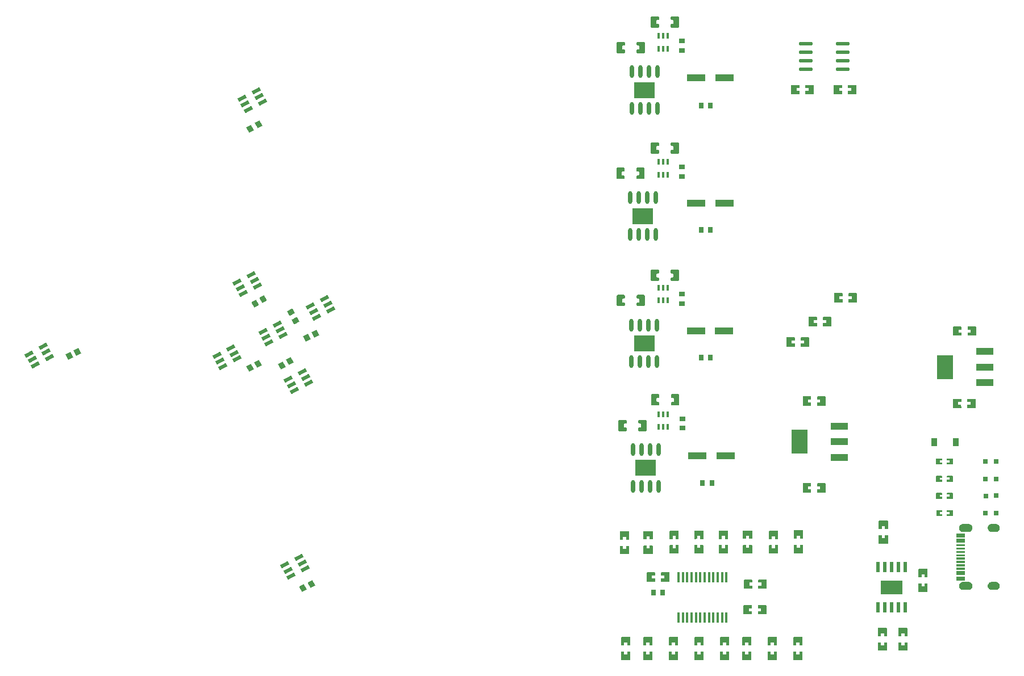
<source format=gtp>
G04 Layer: TopPasteMaskLayer*
G04 EasyEDA Pro v2.2.32.3, 2024-11-29 12:29:59*
G04 Gerber Generator version 0.3*
G04 Scale: 100 percent, Rotated: No, Reflected: No*
G04 Dimensions in millimeters*
G04 Leading zeros omitted, absolute positions, 3 integers and 5 decimals*
%FSLAX35Y35*%
%MOMM*%
%AMRect*21,1,$1,$2,0,0,$3*%
%ADD10R,0.8X0.9*%
%ADD11Rect,0.8X0.9X28.3*%
%ADD12Rect,0.8X0.9X-152.16*%
%ADD13Rect,0.8X0.9X-151.31*%
%ADD14Rect,0.8X0.9X26.57*%
%ADD15Rect,0.8X0.9X-151.44*%
%ADD16Rect,0.8X0.9X-150.95*%
%ADD17Rect,0.8X0.9X-153.43*%
%ADD18Rect,0.8X0.9X118.86*%
%ADD19R,0.8038X0.9*%
%ADD20R,0.8X0.9*%
%ADD21R,2.79999X1.1*%
%ADD22R,0.9X0.8*%
%ADD23R,0.8X0.8*%
%ADD24R,2.49999X1.1*%
%ADD25R,2.34X3.59999*%
%ADD26R,0.6X1.5*%
%ADD27R,3.29999X2.1*%
%ADD28R,0.4X1.65001*%
%ADD29Rect,1.3X0.55001X27.81*%
%ADD30O,0.60201X1.94099*%
%ADD31R,3.09801X2.41*%
%ADD32R,0.91001X1.21999*%
%ADD33O,2.045X0.58801*%
%ADD34Rect,1.3X0.55001X29.05*%
%ADD35Rect,1.3X0.55001X28.13*%
%ADD36Rect,1.3X0.55001X27.79*%
%ADD37R,0.31501X0.84099*%
G75*


G04 PolygonModel Start*
G36*
G01X15480924Y5103969D02*
G01X15480924Y4975971D01*
G01X15475923Y4970970D01*
G01X15360922Y4970970D01*
G01X15355923Y4975971D01*
G01X15355420Y5016974D01*
G01X15400421Y5016974D01*
G01X15400421Y5061973D01*
G01X15356421Y5061973D01*
G01X15355923Y5103969D01*
G01X15360922Y5108971D01*
G01X15475923Y5108971D01*
G01X15480924Y5103969D01*
G37*
G36*
G01X15139929Y4975969D02*
G01X15139929Y5103967D01*
G01X15144930Y5108968D01*
G01X15259931Y5108968D01*
G01X15264930Y5103967D01*
G01X15265433Y5062964D01*
G01X15220432Y5062964D01*
G01X15220432Y5017965D01*
G01X15264432Y5017965D01*
G01X15264930Y4975969D01*
G01X15259931Y4970967D01*
G01X15144930Y4970967D01*
G01X15139929Y4975969D01*
G37*
G36*
G01X15135764Y3896947D02*
G01X15135764Y4024945D01*
G01X15140766Y4029947D01*
G01X15255767Y4029947D01*
G01X15260766Y4024945D01*
G01X15261268Y3983942D01*
G01X15216267Y3983942D01*
G01X15216267Y3938944D01*
G01X15260268Y3938944D01*
G01X15260766Y3896947D01*
G01X15255767Y3891946D01*
G01X15140766Y3891946D01*
G01X15135764Y3896947D01*
G37*
G36*
G01X15476759Y4024948D02*
G01X15476759Y3896950D01*
G01X15471758Y3891949D01*
G01X15356757Y3891949D01*
G01X15351758Y3896950D01*
G01X15351256Y3937953D01*
G01X15396257Y3937953D01*
G01X15396257Y3982952D01*
G01X15352256Y3982952D01*
G01X15351758Y4024948D01*
G01X15356757Y4029949D01*
G01X15471758Y4029949D01*
G01X15476759Y4024948D01*
G37*
G36*
G01X13240089Y4060863D02*
G01X13240089Y3932865D01*
G01X13235088Y3927863D01*
G01X13120087Y3927863D01*
G01X13115088Y3932865D01*
G01X13114585Y3973868D01*
G01X13159586Y3973868D01*
G01X13159586Y4018866D01*
G01X13115586Y4018866D01*
G01X13115088Y4060863D01*
G01X13120087Y4065864D01*
G01X13235088Y4065864D01*
G01X13240089Y4060863D01*
G37*
G36*
G01X12899094Y3932862D02*
G01X12899094Y4060860D01*
G01X12904095Y4065862D01*
G01X13019096Y4065862D01*
G01X13024095Y4060860D01*
G01X13024598Y4019857D01*
G01X12979597Y4019857D01*
G01X12979597Y3974858D01*
G01X13023597Y3974858D01*
G01X13024095Y3932862D01*
G01X13019096Y3927861D01*
G01X12904095Y3927861D01*
G01X12899094Y3932862D01*
G37*
G36*
G01X12899094Y2637462D02*
G01X12899094Y2765461D01*
G01X12904095Y2770462D01*
G01X13019096Y2770462D01*
G01X13024095Y2765461D01*
G01X13024598Y2724457D01*
G01X12979597Y2724457D01*
G01X12979597Y2679459D01*
G01X13023597Y2679459D01*
G01X13024095Y2637462D01*
G01X13019096Y2632461D01*
G01X12904095Y2632461D01*
G01X12899094Y2637462D01*
G37*
G36*
G01X13240089Y2765463D02*
G01X13240089Y2637465D01*
G01X13235088Y2632464D01*
G01X13120087Y2632464D01*
G01X13115088Y2637465D01*
G01X13114585Y2678468D01*
G01X13159586Y2678468D01*
G01X13159586Y2723467D01*
G01X13115586Y2723467D01*
G01X13115088Y2765463D01*
G01X13120087Y2770464D01*
G01X13235088Y2770464D01*
G01X13240089Y2765463D01*
G37*
G36*
G01X10573703Y1307600D02*
G01X10573703Y1435598D01*
G01X10578704Y1440599D01*
G01X10693705Y1440599D01*
G01X10698704Y1435598D01*
G01X10699206Y1394595D01*
G01X10654205Y1394595D01*
G01X10654205Y1349596D01*
G01X10698206Y1349596D01*
G01X10698704Y1307600D01*
G01X10693705Y1302598D01*
G01X10578704Y1302598D01*
G01X10573703Y1307600D01*
G37*
G36*
G01X10914698Y1435600D02*
G01X10914698Y1307602D01*
G01X10909696Y1302601D01*
G01X10794695Y1302601D01*
G01X10789696Y1307602D01*
G01X10789194Y1348605D01*
G01X10834195Y1348605D01*
G01X10834195Y1393604D01*
G01X10790194Y1393604D01*
G01X10789696Y1435600D01*
G01X10794695Y1440602D01*
G01X10909696Y1440602D01*
G01X10914698Y1435600D01*
G37*
G36*
G01X10307859Y1712240D02*
G01X10179861Y1712240D01*
G01X10174860Y1717241D01*
G01X10174860Y1832242D01*
G01X10179861Y1837241D01*
G01X10220864Y1837744D01*
G01X10220864Y1792743D01*
G01X10265863Y1792743D01*
G01X10265863Y1836743D01*
G01X10307859Y1837241D01*
G01X10312860Y1832242D01*
G01X10312860Y1717241D01*
G01X10307859Y1712240D01*
G37*
G36*
G01X10307859Y1927241D02*
G01X10265863Y1927244D01*
G01X10265863Y1971742D01*
G01X10220864Y1971742D01*
G01X10220864Y1927744D01*
G01X10179861Y1927241D01*
G01X10174860Y1932242D01*
G01X10174860Y2047241D01*
G01X10179861Y2052242D01*
G01X10307859Y2052242D01*
G01X10312860Y2047241D01*
G01X10312860Y1932242D01*
G01X10307859Y1927241D01*
G37*
G36*
G01X10659764Y1717340D02*
G01X10531765Y1717340D01*
G01X10526764Y1722341D01*
G01X10526764Y1837343D01*
G01X10531765Y1842341D01*
G01X10572769Y1842844D01*
G01X10572769Y1797843D01*
G01X10617767Y1797843D01*
G01X10617767Y1841843D01*
G01X10659764Y1842341D01*
G01X10664765Y1837343D01*
G01X10664765Y1722341D01*
G01X10659764Y1717340D01*
G37*
G36*
G01X10659764Y1932341D02*
G01X10617767Y1932344D01*
G01X10617767Y1976842D01*
G01X10572769Y1976842D01*
G01X10572769Y1932844D01*
G01X10531765Y1932341D01*
G01X10526764Y1937342D01*
G01X10526764Y2052341D01*
G01X10531765Y2057342D01*
G01X10659764Y2057342D01*
G01X10664765Y2052341D01*
G01X10664765Y1937342D01*
G01X10659764Y1932341D01*
G37*
G36*
G01X15131689Y2628298D02*
G01X15051689Y2628298D01*
G01X15046688Y2623297D01*
G01X15046688Y2600500D01*
G01X15083688Y2600500D01*
G01X15083688Y2567500D01*
G01X15046688Y2567500D01*
G01X15046688Y2543297D01*
G01X15051689Y2538298D01*
G01X15131689Y2538298D01*
G01X15136688Y2543297D01*
G01X15136688Y2623297D01*
G01X15131689Y2628298D01*
G37*
G36*
G01X14892685Y2538300D02*
G01X14972685Y2538300D01*
G01X14977686Y2543302D01*
G01X14977686Y2566098D01*
G01X14940686Y2566098D01*
G01X14940686Y2599098D01*
G01X14977686Y2599098D01*
G01X14977686Y2623302D01*
G01X14972685Y2628300D01*
G01X14892685Y2628300D01*
G01X14887687Y2623302D01*
G01X14887687Y2543302D01*
G01X14892685Y2538300D01*
G37*
G36*
G01X15132211Y2368474D02*
G01X15052211Y2368474D01*
G01X15047209Y2363473D01*
G01X15047209Y2340677D01*
G01X15084210Y2340677D01*
G01X15084210Y2307677D01*
G01X15047209Y2307677D01*
G01X15047209Y2283473D01*
G01X15052211Y2278474D01*
G01X15132211Y2278474D01*
G01X15137209Y2283473D01*
G01X15137209Y2363473D01*
G01X15132211Y2368474D01*
G37*
G36*
G01X14893207Y2278477D02*
G01X14973207Y2278477D01*
G01X14978208Y2283478D01*
G01X14978208Y2306275D01*
G01X14941208Y2306275D01*
G01X14941208Y2339274D01*
G01X14978208Y2339274D01*
G01X14978208Y2363478D01*
G01X14973207Y2368477D01*
G01X14893207Y2368477D01*
G01X14888208Y2363478D01*
G01X14888208Y2283478D01*
G01X14893207Y2278477D01*
G37*
G36*
G01X10197600Y474802D02*
G01X10325598Y474802D01*
G01X10330599Y469801D01*
G01X10330599Y354800D01*
G01X10325598Y349801D01*
G01X10284595Y349298D01*
G01X10284595Y394299D01*
G01X10239596Y394299D01*
G01X10239596Y350299D01*
G01X10197600Y349801D01*
G01X10192598Y354800D01*
G01X10192598Y469801D01*
G01X10197600Y474802D01*
G37*
G36*
G01X10197600Y259801D02*
G01X10239596Y259799D01*
G01X10239596Y215301D01*
G01X10284595Y215301D01*
G01X10284595Y259298D01*
G01X10325598Y259801D01*
G01X10330599Y254800D01*
G01X10330599Y139802D01*
G01X10325598Y134800D01*
G01X10197600Y134800D01*
G01X10192598Y139802D01*
G01X10192598Y254800D01*
G01X10197600Y259801D01*
G37*
G36*
G01X10527800Y474802D02*
G01X10655798Y474802D01*
G01X10660799Y469801D01*
G01X10660799Y354800D01*
G01X10655798Y349801D01*
G01X10614795Y349298D01*
G01X10614795Y394299D01*
G01X10569796Y394299D01*
G01X10569796Y350299D01*
G01X10527800Y349801D01*
G01X10522798Y354800D01*
G01X10522798Y469801D01*
G01X10527800Y474802D01*
G37*
G36*
G01X10527800Y259801D02*
G01X10569796Y259799D01*
G01X10569796Y215301D01*
G01X10614795Y215301D01*
G01X10614795Y259298D01*
G01X10655798Y259801D01*
G01X10660799Y254800D01*
G01X10660799Y139802D01*
G01X10655798Y134800D01*
G01X10527800Y134800D01*
G01X10522798Y139802D01*
G01X10522798Y254800D01*
G01X10527800Y259801D01*
G37*
G36*
G01X10908800Y474802D02*
G01X11036798Y474802D01*
G01X11041799Y469801D01*
G01X11041799Y354800D01*
G01X11036798Y349801D01*
G01X10995795Y349298D01*
G01X10995795Y394299D01*
G01X10950796Y394299D01*
G01X10950796Y350299D01*
G01X10908800Y349801D01*
G01X10903798Y354800D01*
G01X10903798Y469801D01*
G01X10908800Y474802D01*
G37*
G36*
G01X10908800Y259801D02*
G01X10950796Y259799D01*
G01X10950796Y215301D01*
G01X10995795Y215301D01*
G01X10995795Y259298D01*
G01X11036798Y259801D01*
G01X11041799Y254800D01*
G01X11041799Y139802D01*
G01X11036798Y134800D01*
G01X10908800Y134800D01*
G01X10903798Y139802D01*
G01X10903798Y254800D01*
G01X10908800Y259801D01*
G37*
G36*
G01X11289800Y474802D02*
G01X11417798Y474802D01*
G01X11422799Y469801D01*
G01X11422799Y354800D01*
G01X11417798Y349801D01*
G01X11376795Y349298D01*
G01X11376795Y394299D01*
G01X11331796Y394299D01*
G01X11331796Y350299D01*
G01X11289800Y349801D01*
G01X11284798Y354800D01*
G01X11284798Y469801D01*
G01X11289800Y474802D01*
G37*
G36*
G01X11289800Y259801D02*
G01X11331796Y259799D01*
G01X11331796Y215301D01*
G01X11376795Y215301D01*
G01X11376795Y259298D01*
G01X11417798Y259801D01*
G01X11422799Y254800D01*
G01X11422799Y139802D01*
G01X11417798Y134800D01*
G01X11289800Y134800D01*
G01X11284798Y139802D01*
G01X11284798Y254800D01*
G01X11289800Y259801D01*
G37*
G36*
G01X11670800Y474802D02*
G01X11798798Y474802D01*
G01X11803799Y469801D01*
G01X11803799Y354800D01*
G01X11798798Y349801D01*
G01X11757795Y349298D01*
G01X11757795Y394299D01*
G01X11712796Y394299D01*
G01X11712796Y350299D01*
G01X11670800Y349801D01*
G01X11665798Y354800D01*
G01X11665798Y469801D01*
G01X11670800Y474802D01*
G37*
G36*
G01X11670800Y259801D02*
G01X11712796Y259799D01*
G01X11712796Y215301D01*
G01X11757795Y215301D01*
G01X11757795Y259298D01*
G01X11798798Y259801D01*
G01X11803799Y254800D01*
G01X11803799Y139802D01*
G01X11798798Y134800D01*
G01X11670800Y134800D01*
G01X11665798Y139802D01*
G01X11665798Y254800D01*
G01X11670800Y259801D01*
G37*
G36*
G01X12001000Y474802D02*
G01X12128998Y474802D01*
G01X12133999Y469801D01*
G01X12133999Y354800D01*
G01X12128998Y349801D01*
G01X12087995Y349298D01*
G01X12087995Y394299D01*
G01X12042996Y394299D01*
G01X12042996Y350299D01*
G01X12001000Y349801D01*
G01X11995998Y354800D01*
G01X11995998Y469801D01*
G01X12001000Y474802D01*
G37*
G36*
G01X12001000Y259801D02*
G01X12042996Y259799D01*
G01X12042996Y215301D01*
G01X12087995Y215301D01*
G01X12087995Y259298D01*
G01X12128998Y259801D01*
G01X12133999Y254800D01*
G01X12133999Y139802D01*
G01X12128998Y134800D01*
G01X12001000Y134800D01*
G01X11995998Y139802D01*
G01X11995998Y254800D01*
G01X12001000Y259801D01*
G37*
G36*
G01X12382000Y474802D02*
G01X12509998Y474802D01*
G01X12514999Y469801D01*
G01X12514999Y354800D01*
G01X12509998Y349801D01*
G01X12468995Y349298D01*
G01X12468995Y394299D01*
G01X12423996Y394299D01*
G01X12423996Y350299D01*
G01X12382000Y349801D01*
G01X12376998Y354800D01*
G01X12376998Y469801D01*
G01X12382000Y474802D01*
G37*
G36*
G01X12382000Y259801D02*
G01X12423996Y259799D01*
G01X12423996Y215301D01*
G01X12468995Y215301D01*
G01X12468995Y259298D01*
G01X12509998Y259801D01*
G01X12514999Y254800D01*
G01X12514999Y139802D01*
G01X12509998Y134800D01*
G01X12382000Y134800D01*
G01X12376998Y139802D01*
G01X12376998Y254800D01*
G01X12382000Y259801D01*
G37*
G36*
G01X12763000Y474802D02*
G01X12890998Y474802D01*
G01X12895999Y469801D01*
G01X12895999Y354800D01*
G01X12890998Y349801D01*
G01X12849995Y349298D01*
G01X12849995Y394299D01*
G01X12804996Y394299D01*
G01X12804996Y350299D01*
G01X12763000Y349801D01*
G01X12757998Y354800D01*
G01X12757998Y469801D01*
G01X12763000Y474802D01*
G37*
G36*
G01X12763000Y259801D02*
G01X12804996Y259799D01*
G01X12804996Y215301D01*
G01X12849995Y215301D01*
G01X12849995Y259298D01*
G01X12890998Y259801D01*
G01X12895999Y254800D01*
G01X12895999Y139802D01*
G01X12890998Y134800D01*
G01X12763000Y134800D01*
G01X12757998Y139802D01*
G01X12757998Y254800D01*
G01X12763000Y259801D01*
G37*
G36*
G01X12016982Y818629D02*
G01X12016982Y946627D01*
G01X12021983Y951629D01*
G01X12136984Y951629D01*
G01X12141983Y946627D01*
G01X12142485Y905624D01*
G01X12097484Y905624D01*
G01X12097484Y860625D01*
G01X12141485Y860625D01*
G01X12141983Y818629D01*
G01X12136984Y813628D01*
G01X12021983Y813628D01*
G01X12016982Y818629D01*
G37*
G36*
G01X12231982Y818629D02*
G01X12231985Y860625D01*
G01X12276483Y860625D01*
G01X12276483Y905624D01*
G01X12232485Y905624D01*
G01X12231982Y946627D01*
G01X12236984Y951629D01*
G01X12351982Y951629D01*
G01X12356983Y946627D01*
G01X12356983Y818629D01*
G01X12351982Y813628D01*
G01X12236984Y813628D01*
G01X12231982Y818629D01*
G37*
G36*
G01X12022082Y1201134D02*
G01X12022082Y1329132D01*
G01X12027083Y1334133D01*
G01X12142084Y1334133D01*
G01X12147083Y1329132D01*
G01X12147586Y1288129D01*
G01X12102584Y1288129D01*
G01X12102584Y1243130D01*
G01X12146585Y1243130D01*
G01X12147083Y1201134D01*
G01X12142084Y1196133D01*
G01X12027083Y1196133D01*
G01X12022082Y1201134D01*
G37*
G36*
G01X12237082Y1201134D02*
G01X12237085Y1243130D01*
G01X12281583Y1243130D01*
G01X12281583Y1288129D01*
G01X12237585Y1288129D01*
G01X12237082Y1329132D01*
G01X12242084Y1334133D01*
G01X12357082Y1334133D01*
G01X12362083Y1329132D01*
G01X12362083Y1201134D01*
G01X12357082Y1196133D01*
G01X12242084Y1196133D01*
G01X12237082Y1201134D01*
G37*
G36*
G01X12898693Y1727540D02*
G01X12770694Y1727540D01*
G01X12765693Y1732542D01*
G01X12765693Y1847543D01*
G01X12770694Y1852541D01*
G01X12811698Y1853044D01*
G01X12811698Y1808043D01*
G01X12856696Y1808043D01*
G01X12856696Y1852044D01*
G01X12898693Y1852541D01*
G01X12903694Y1847543D01*
G01X12903694Y1732542D01*
G01X12898693Y1727540D01*
G37*
G36*
G01X12898693Y1942541D02*
G01X12856696Y1942544D01*
G01X12856696Y1987042D01*
G01X12811698Y1987042D01*
G01X12811698Y1943044D01*
G01X12770694Y1942541D01*
G01X12765693Y1947542D01*
G01X12765693Y2062541D01*
G01X12770694Y2067542D01*
G01X12898693Y2067542D01*
G01X12903694Y2062541D01*
G01X12903694Y1947542D01*
G01X12898693Y1942541D01*
G37*
G36*
G01X12527357Y1722017D02*
G01X12399359Y1722017D01*
G01X12394358Y1727018D01*
G01X12394358Y1842019D01*
G01X12399359Y1847018D01*
G01X12440362Y1847521D01*
G01X12440362Y1802520D01*
G01X12485361Y1802520D01*
G01X12485361Y1846520D01*
G01X12527357Y1847018D01*
G01X12532358Y1842019D01*
G01X12532358Y1727018D01*
G01X12527357Y1722017D01*
G37*
G36*
G01X12527357Y1937018D02*
G01X12485361Y1937020D01*
G01X12485361Y1981519D01*
G01X12440362Y1981519D01*
G01X12440362Y1937521D01*
G01X12399359Y1937018D01*
G01X12394358Y1942019D01*
G01X12394358Y2057017D01*
G01X12399359Y2062019D01*
G01X12527357Y2062019D01*
G01X12532358Y2057017D01*
G01X12532358Y1942019D01*
G01X12527357Y1937018D01*
G37*
G36*
G01X12140491Y1724926D02*
G01X12012493Y1724926D01*
G01X12007491Y1729927D01*
G01X12007491Y1844928D01*
G01X12012493Y1849927D01*
G01X12053496Y1850430D01*
G01X12053496Y1805428D01*
G01X12098494Y1805428D01*
G01X12098494Y1849429D01*
G01X12140491Y1849927D01*
G01X12145492Y1844928D01*
G01X12145492Y1729927D01*
G01X12140491Y1724926D01*
G37*
G36*
G01X12140491Y1939927D02*
G01X12098494Y1939929D01*
G01X12098494Y1984427D01*
G01X12053496Y1984427D01*
G01X12053496Y1940429D01*
G01X12012493Y1939927D01*
G01X12007491Y1944928D01*
G01X12007491Y2059926D01*
G01X12012493Y2064928D01*
G01X12140491Y2064928D01*
G01X12145492Y2059926D01*
G01X12145492Y1944928D01*
G01X12140491Y1939927D01*
G37*
G36*
G01X11781778Y1722440D02*
G01X11653780Y1722440D01*
G01X11648779Y1727442D01*
G01X11648779Y1842443D01*
G01X11653780Y1847441D01*
G01X11694783Y1847944D01*
G01X11694783Y1802943D01*
G01X11739782Y1802943D01*
G01X11739782Y1846943D01*
G01X11781778Y1847441D01*
G01X11786779Y1842443D01*
G01X11786779Y1727442D01*
G01X11781778Y1722440D01*
G37*
G36*
G01X11781778Y1937441D02*
G01X11739782Y1937444D01*
G01X11739782Y1981942D01*
G01X11694783Y1981942D01*
G01X11694783Y1937944D01*
G01X11653780Y1937441D01*
G01X11648779Y1942442D01*
G01X11648779Y2057441D01*
G01X11653780Y2062442D01*
G01X11781778Y2062442D01*
G01X11786779Y2057441D01*
G01X11786779Y1942442D01*
G01X11781778Y1937441D01*
G37*
G36*
G01X11416382Y1724050D02*
G01X11288384Y1724050D01*
G01X11283382Y1729051D01*
G01X11283382Y1844052D01*
G01X11288384Y1849051D01*
G01X11329387Y1849554D01*
G01X11329387Y1804553D01*
G01X11374385Y1804553D01*
G01X11374385Y1848553D01*
G01X11416382Y1849051D01*
G01X11421383Y1844052D01*
G01X11421383Y1729051D01*
G01X11416382Y1724050D01*
G37*
G36*
G01X11416382Y1939051D02*
G01X11374385Y1939054D01*
G01X11374385Y1983552D01*
G01X11329387Y1983552D01*
G01X11329387Y1939554D01*
G01X11288384Y1939051D01*
G01X11283382Y1944052D01*
G01X11283382Y2059051D01*
G01X11288384Y2064052D01*
G01X11416382Y2064052D01*
G01X11421383Y2059051D01*
G01X11421383Y1944052D01*
G01X11416382Y1939051D01*
G37*
G36*
G01X11047369Y1722440D02*
G01X10919370Y1722440D01*
G01X10914369Y1727442D01*
G01X10914369Y1842443D01*
G01X10919370Y1847441D01*
G01X10960374Y1847944D01*
G01X10960374Y1802943D01*
G01X11005372Y1802943D01*
G01X11005372Y1846943D01*
G01X11047369Y1847441D01*
G01X11052370Y1842443D01*
G01X11052370Y1727442D01*
G01X11047369Y1722440D01*
G37*
G36*
G01X11047369Y1937441D02*
G01X11005372Y1937444D01*
G01X11005372Y1981942D01*
G01X10960374Y1981942D01*
G01X10960374Y1937944D01*
G01X10919370Y1937441D01*
G01X10914369Y1942442D01*
G01X10914369Y2057441D01*
G01X10919370Y2062442D01*
G01X11047369Y2062442D01*
G01X11052370Y2057441D01*
G01X11052370Y1942442D01*
G01X11047369Y1937441D01*
G37*
G36*
G01X10419439Y7317653D02*
G01X10419439Y7353784D01*
G01X10429439Y7363784D01*
G01X10450495Y7363784D01*
G01X10460495Y7373784D01*
G01X10460495Y7411620D01*
G01X10450495Y7421620D01*
G01X10429439Y7421620D01*
G01X10419439Y7431620D01*
G01X10419439Y7467751D01*
G01X10429439Y7477751D01*
G01X10530190Y7477751D01*
G01X10540190Y7467751D01*
G01X10540190Y7317653D01*
G01X10530190Y7307653D01*
G01X10429439Y7307653D01*
G01X10419439Y7317653D01*
G37*
G36*
G01X10244438Y7317653D02*
G01X10244438Y7353784D01*
G01X10234438Y7363784D01*
G01X10213381Y7363784D01*
G01X10203381Y7373784D01*
G01X10203381Y7411620D01*
G01X10213381Y7421620D01*
G01X10234438Y7421620D01*
G01X10244438Y7431620D01*
G01X10244438Y7467751D01*
G01X10234438Y7477751D01*
G01X10133686Y7477751D01*
G01X10123686Y7467751D01*
G01X10123686Y7317653D01*
G01X10133686Y7307653D01*
G01X10234438Y7307653D01*
G01X10244438Y7317653D01*
G37*
G36*
G01X10450700Y3557151D02*
G01X10450700Y3593282D01*
G01X10460700Y3603282D01*
G01X10481757Y3603282D01*
G01X10491757Y3613282D01*
G01X10491757Y3651118D01*
G01X10481757Y3661118D01*
G01X10460700Y3661118D01*
G01X10450700Y3671118D01*
G01X10450700Y3707249D01*
G01X10460700Y3717249D01*
G01X10561452Y3717249D01*
G01X10571452Y3707249D01*
G01X10571452Y3557151D01*
G01X10561452Y3547151D01*
G01X10460700Y3547151D01*
G01X10450700Y3557151D01*
G37*
G36*
G01X10275700Y3557151D02*
G01X10275700Y3593282D01*
G01X10265700Y3603282D01*
G01X10244643Y3603282D01*
G01X10234643Y3613282D01*
G01X10234643Y3651118D01*
G01X10244643Y3661118D01*
G01X10265700Y3661118D01*
G01X10275700Y3671118D01*
G01X10275700Y3707249D01*
G01X10265700Y3717249D01*
G01X10164948Y3717249D01*
G01X10154948Y3707249D01*
G01X10154948Y3557151D01*
G01X10164948Y3547151D01*
G01X10265700Y3547151D01*
G01X10275700Y3557151D01*
G37*
G36*
G01X14327098Y613250D02*
G01X14455096Y613250D01*
G01X14460097Y608249D01*
G01X14460097Y493248D01*
G01X14455096Y488249D01*
G01X14414093Y487746D01*
G01X14414093Y532747D01*
G01X14369094Y532747D01*
G01X14369094Y488747D01*
G01X14327098Y488249D01*
G01X14322097Y493248D01*
G01X14322097Y608249D01*
G01X14327098Y613250D01*
G37*
G36*
G01X14327098Y398249D02*
G01X14369094Y398247D01*
G01X14369094Y353748D01*
G01X14414093Y353748D01*
G01X14414093Y397746D01*
G01X14455096Y398249D01*
G01X14460097Y393248D01*
G01X14460097Y278249D01*
G01X14455096Y273248D01*
G01X14327098Y273248D01*
G01X14322097Y278249D01*
G01X14322097Y393248D01*
G01X14327098Y398249D01*
G37*
G36*
G01X14163977Y1871506D02*
G01X14035979Y1871506D01*
G01X14030977Y1876507D01*
G01X14030977Y1991508D01*
G01X14035979Y1996507D01*
G01X14076982Y1997009D01*
G01X14076982Y1952008D01*
G01X14121980Y1952008D01*
G01X14121980Y1996009D01*
G01X14163977Y1996507D01*
G01X14168978Y1991508D01*
G01X14168978Y1876507D01*
G01X14163977Y1871506D01*
G37*
G36*
G01X14163977Y2086506D02*
G01X14121980Y2086509D01*
G01X14121980Y2131007D01*
G01X14076982Y2131007D01*
G01X14076982Y2087009D01*
G01X14035979Y2086506D01*
G01X14030977Y2091508D01*
G01X14030977Y2206506D01*
G01X14035979Y2211507D01*
G01X14163977Y2211507D01*
G01X14168978Y2206506D01*
G01X14168978Y2091508D01*
G01X14163977Y2086506D01*
G37*
G36*
G01X14892150Y3048644D02*
G01X14972150Y3048644D01*
G01X14977151Y3053645D01*
G01X14977151Y3076442D01*
G01X14940151Y3076442D01*
G01X14940151Y3109441D01*
G01X14977151Y3109441D01*
G01X14977151Y3133645D01*
G01X14972150Y3138644D01*
G01X14892150Y3138644D01*
G01X14887152Y3133645D01*
G01X14887152Y3053645D01*
G01X14892150Y3048644D01*
G37*
G36*
G01X15131154Y3138641D02*
G01X15051154Y3138641D01*
G01X15046153Y3133640D01*
G01X15046153Y3110843D01*
G01X15083153Y3110843D01*
G01X15083153Y3077844D01*
G01X15046153Y3077844D01*
G01X15046153Y3053640D01*
G01X15051154Y3048641D01*
G01X15131154Y3048641D01*
G01X15136153Y3053640D01*
G01X15136153Y3133640D01*
G01X15131154Y3138641D01*
G37*
G36*
G01X14022298Y613250D02*
G01X14150296Y613250D01*
G01X14155297Y608249D01*
G01X14155297Y493248D01*
G01X14150296Y488249D01*
G01X14109293Y487746D01*
G01X14109293Y532747D01*
G01X14064294Y532747D01*
G01X14064294Y488747D01*
G01X14022298Y488249D01*
G01X14017297Y493248D01*
G01X14017297Y608249D01*
G01X14022298Y613250D01*
G37*
G36*
G01X14022298Y398249D02*
G01X14064294Y398247D01*
G01X14064294Y353748D01*
G01X14109293Y353748D01*
G01X14109293Y397746D01*
G01X14150296Y398249D01*
G01X14155297Y393248D01*
G01X14155297Y278249D01*
G01X14150296Y273248D01*
G01X14022298Y273248D01*
G01X14017297Y278249D01*
G01X14017297Y393248D01*
G01X14022298Y398249D01*
G37*
G36*
G01X14892426Y2792392D02*
G01X14972426Y2792392D01*
G01X14977427Y2797393D01*
G01X14977427Y2820189D01*
G01X14940427Y2820189D01*
G01X14940427Y2853189D01*
G01X14977427Y2853189D01*
G01X14977427Y2877393D01*
G01X14972426Y2882391D01*
G01X14892426Y2882391D01*
G01X14887427Y2877393D01*
G01X14887427Y2797393D01*
G01X14892426Y2792392D01*
G37*
G36*
G01X15131430Y2882389D02*
G01X15051430Y2882389D01*
G01X15046429Y2877388D01*
G01X15046429Y2854591D01*
G01X15083429Y2854591D01*
G01X15083429Y2821592D01*
G01X15046429Y2821592D01*
G01X15046429Y2797388D01*
G01X15051430Y2792389D01*
G01X15131430Y2792389D01*
G01X15136429Y2797388D01*
G01X15136429Y2877388D01*
G01X15131430Y2882389D01*
G37*
G36*
G01X12996351Y4940800D02*
G01X12996351Y4812802D01*
G01X12991350Y4807801D01*
G01X12876349Y4807801D01*
G01X12871350Y4812802D01*
G01X12870847Y4853805D01*
G01X12915848Y4853805D01*
G01X12915848Y4898804D01*
G01X12871848Y4898804D01*
G01X12871350Y4940800D01*
G01X12876349Y4945802D01*
G01X12991350Y4945802D01*
G01X12996351Y4940800D01*
G37*
G36*
G01X12781350Y4940800D02*
G01X12781348Y4898804D01*
G01X12736850Y4898804D01*
G01X12736850Y4853805D01*
G01X12780847Y4853805D01*
G01X12781350Y4812802D01*
G01X12776349Y4807801D01*
G01X12661351Y4807801D01*
G01X12656349Y4812802D01*
G01X12656349Y4940800D01*
G01X12661351Y4945802D01*
G01X12776349Y4945802D01*
G01X12781350Y4940800D01*
G37*
G36*
G01X13326551Y5245600D02*
G01X13326551Y5117602D01*
G01X13321550Y5112601D01*
G01X13206549Y5112601D01*
G01X13201550Y5117602D01*
G01X13201047Y5158605D01*
G01X13246048Y5158605D01*
G01X13246048Y5203604D01*
G01X13202048Y5203604D01*
G01X13201550Y5245600D01*
G01X13206549Y5250602D01*
G01X13321550Y5250602D01*
G01X13326551Y5245600D01*
G37*
G36*
G01X13111550Y5245600D02*
G01X13111548Y5203604D01*
G01X13067050Y5203604D01*
G01X13067050Y5158605D01*
G01X13111047Y5158605D01*
G01X13111550Y5117602D01*
G01X13106549Y5112601D01*
G01X12991551Y5112601D01*
G01X12986549Y5117602D01*
G01X12986549Y5245600D01*
G01X12991551Y5250602D01*
G01X13106549Y5250602D01*
G01X13111550Y5245600D01*
G37*
G36*
G01X13707551Y5601200D02*
G01X13707551Y5473202D01*
G01X13702550Y5468201D01*
G01X13587549Y5468201D01*
G01X13582550Y5473202D01*
G01X13582047Y5514205D01*
G01X13627048Y5514205D01*
G01X13627048Y5559204D01*
G01X13583048Y5559204D01*
G01X13582550Y5601200D01*
G01X13587549Y5606202D01*
G01X13702550Y5606202D01*
G01X13707551Y5601200D01*
G37*
G36*
G01X13492550Y5601200D02*
G01X13492548Y5559204D01*
G01X13448050Y5559204D01*
G01X13448050Y5514205D01*
G01X13492047Y5514205D01*
G01X13492550Y5473202D01*
G01X13487549Y5468201D01*
G01X13372551Y5468201D01*
G01X13367549Y5473202D01*
G01X13367549Y5601200D01*
G01X13372551Y5606202D01*
G01X13487549Y5606202D01*
G01X13492550Y5601200D01*
G37*
G36*
G01X10933300Y7697351D02*
G01X10933300Y7733482D01*
G01X10943300Y7743482D01*
G01X10964357Y7743482D01*
G01X10974357Y7753482D01*
G01X10974357Y7791318D01*
G01X10964357Y7801318D01*
G01X10943300Y7801318D01*
G01X10933300Y7811318D01*
G01X10933300Y7847449D01*
G01X10943300Y7857449D01*
G01X11044052Y7857449D01*
G01X11054052Y7847449D01*
G01X11054052Y7697351D01*
G01X11044052Y7687351D01*
G01X10943300Y7687351D01*
G01X10933300Y7697351D01*
G37*
G36*
G01X10758300Y7697351D02*
G01X10758300Y7733482D01*
G01X10748300Y7743482D01*
G01X10727243Y7743482D01*
G01X10717243Y7753482D01*
G01X10717243Y7791318D01*
G01X10727243Y7801318D01*
G01X10748300Y7801318D01*
G01X10758300Y7811318D01*
G01X10758300Y7847449D01*
G01X10748300Y7857449D01*
G01X10647548Y7857449D01*
G01X10637548Y7847449D01*
G01X10637548Y7697351D01*
G01X10647548Y7687351D01*
G01X10748300Y7687351D01*
G01X10758300Y7697351D01*
G37*
G36*
G01X10937860Y3939453D02*
G01X10937860Y3975584D01*
G01X10947860Y3985584D01*
G01X10968917Y3985584D01*
G01X10978917Y3995584D01*
G01X10978917Y4033420D01*
G01X10968917Y4043420D01*
G01X10947860Y4043420D01*
G01X10937860Y4053420D01*
G01X10937860Y4089551D01*
G01X10947860Y4099551D01*
G01X11048612Y4099551D01*
G01X11058612Y4089551D01*
G01X11058612Y3939453D01*
G01X11048612Y3929453D01*
G01X10947860Y3929453D01*
G01X10937860Y3939453D01*
G37*
G36*
G01X10762859Y3939453D02*
G01X10762859Y3975584D01*
G01X10752859Y3985584D01*
G01X10731803Y3985584D01*
G01X10721803Y3995584D01*
G01X10721803Y4033420D01*
G01X10731803Y4043420D01*
G01X10752859Y4043420D01*
G01X10762859Y4053420D01*
G01X10762859Y4089551D01*
G01X10752859Y4099551D01*
G01X10652108Y4099551D01*
G01X10642108Y4089551D01*
G01X10642108Y3939453D01*
G01X10652108Y3929453D01*
G01X10752859Y3929453D01*
G01X10762859Y3939453D01*
G37*
G36*
G01X13065169Y8706889D02*
G01X13065169Y8578891D01*
G01X13060168Y8573890D01*
G01X12945167Y8573890D01*
G01X12940168Y8578891D01*
G01X12939666Y8619894D01*
G01X12984667Y8619894D01*
G01X12984667Y8664893D01*
G01X12940666Y8664893D01*
G01X12940168Y8706889D01*
G01X12945167Y8711890D01*
G01X13060168Y8711890D01*
G01X13065169Y8706889D01*
G37*
G36*
G01X12850169Y8706889D02*
G01X12850166Y8664893D01*
G01X12805668Y8664893D01*
G01X12805668Y8619894D01*
G01X12849666Y8619894D01*
G01X12850169Y8578891D01*
G01X12845167Y8573890D01*
G01X12730169Y8573890D01*
G01X12725168Y8578891D01*
G01X12725168Y8706889D01*
G01X12730169Y8711890D01*
G01X12845167Y8711890D01*
G01X12850169Y8706889D01*
G37*
G36*
G01X13700169Y8706889D02*
G01X13700169Y8578891D01*
G01X13695168Y8573890D01*
G01X13580167Y8573890D01*
G01X13575168Y8578891D01*
G01X13574666Y8619894D01*
G01X13619667Y8619894D01*
G01X13619667Y8664893D01*
G01X13575666Y8664893D01*
G01X13575168Y8706889D01*
G01X13580167Y8711890D01*
G01X13695168Y8711890D01*
G01X13700169Y8706889D01*
G37*
G36*
G01X13485169Y8706889D02*
G01X13485166Y8664893D01*
G01X13440668Y8664893D01*
G01X13440668Y8619894D01*
G01X13484666Y8619894D01*
G01X13485169Y8578891D01*
G01X13480167Y8573890D01*
G01X13365169Y8573890D01*
G01X13360168Y8578891D01*
G01X13360168Y8706889D01*
G01X13365169Y8711890D01*
G01X13480167Y8711890D01*
G01X13485169Y8706889D01*
G37*
G36*
G01X15316211Y2020440D02*
G01X15186214Y2020440D01*
G01X15186214Y1990440D01*
G01X15186214Y1990438D01*
G01X15186214Y1960438D01*
G01X15316211Y1960438D01*
G01X15316211Y1990438D01*
G01X15316211Y1990440D01*
G01X15316211Y2020440D01*
G37*
G36*
G01X15316216Y1610433D02*
G01X15186214Y1610433D01*
G01X15186214Y1580433D01*
G01X15316216Y1580433D01*
G01X15316216Y1610433D01*
G37*
G36*
G01X15316216Y1380441D02*
G01X15186214Y1380441D01*
G01X15186214Y1350442D01*
G01X15186229Y1350442D01*
G01X15186229Y1320444D01*
G01X15316231Y1320444D01*
G01X15316231Y1350444D01*
G01X15316216Y1350444D01*
G01X15316216Y1380441D01*
G37*
G36*
G01X15316216Y1710433D02*
G01X15186214Y1710433D01*
G01X15186214Y1680433D01*
G01X15316216Y1680433D01*
G01X15316216Y1710433D01*
G37*
G36*
G01X15316219Y1860446D02*
G01X15186216Y1860446D01*
G01X15186216Y1830446D01*
G01X15316219Y1830446D01*
G01X15316219Y1860446D01*
G37*
G36*
G01X15186216Y1530446D02*
G01X15316219Y1530446D01*
G01X15316219Y1560446D01*
G01X15186216Y1560446D01*
G01X15186216Y1530446D01*
G37*
G36*
G01X15316219Y1810408D02*
G01X15186216Y1810408D01*
G01X15186216Y1780408D01*
G01X15316219Y1780408D01*
G01X15316219Y1810408D01*
G37*
G36*
G01X15316219Y1760446D02*
G01X15186216Y1760446D01*
G01X15186216Y1730446D01*
G01X15316219Y1730446D01*
G01X15316219Y1760446D01*
G37*
G36*
G01X15316219Y1510434D02*
G01X15186216Y1510434D01*
G01X15186216Y1480434D01*
G01X15316219Y1480434D01*
G01X15316219Y1510434D01*
G37*
G36*
G01X15316219Y1660446D02*
G01X15186216Y1660446D01*
G01X15186216Y1630446D01*
G01X15316219Y1630446D01*
G01X15316219Y1660446D01*
G37*
G36*
G01X15316226Y1460441D02*
G01X15186229Y1460441D01*
G01X15186229Y1430439D01*
G01X15186232Y1430439D01*
G01X15186232Y1400444D01*
G01X15316229Y1400444D01*
G01X15316229Y1430446D01*
G01X15316226Y1430446D01*
G01X15316226Y1460441D01*
G37*
G36*
G01X15228225Y1242410D02*
G01X15228075Y1239423D01*
G01X15228075Y1236431D01*
G01X15228225Y1233444D01*
G01X15228523Y1230467D01*
G01X15228970Y1227508D01*
G01X15229561Y1224577D01*
G01X15230301Y1221676D01*
G01X15231182Y1218819D01*
G01X15232206Y1216007D01*
G01X15233366Y1213251D01*
G01X15234664Y1210554D01*
G01X15236097Y1207927D01*
G01X15237656Y1205375D01*
G01X15239340Y1202903D01*
G01X15241149Y1200518D01*
G01X15243072Y1198227D01*
G01X15245106Y1196032D01*
G01X15247247Y1193945D01*
G01X15249490Y1191963D01*
G01X15251830Y1190099D01*
G01X15254258Y1188354D01*
G01X15256772Y1186731D01*
G01X15259363Y1185235D01*
G01X15262025Y1183868D01*
G01X15264751Y1182639D01*
G01X15267537Y1181547D01*
G01X15270372Y1180592D01*
G01X15273252Y1179781D01*
G01X15276168Y1179116D01*
G01X15279114Y1178598D01*
G01X15282083Y1178224D01*
G01X15285068Y1178001D01*
G01X15288058Y1177927D01*
G01X15368057Y1177927D01*
G01X15371047Y1178001D01*
G01X15374031Y1178224D01*
G01X15377001Y1178598D01*
G01X15379947Y1179116D01*
G01X15382863Y1179781D01*
G01X15385743Y1180592D01*
G01X15388578Y1181547D01*
G01X15391364Y1182639D01*
G01X15394090Y1183868D01*
G01X15396752Y1185235D01*
G01X15399343Y1186731D01*
G01X15401857Y1188354D01*
G01X15404285Y1190099D01*
G01X15406625Y1191963D01*
G01X15408868Y1193945D01*
G01X15411009Y1196032D01*
G01X15413043Y1198227D01*
G01X15414966Y1200518D01*
G01X15416775Y1202903D01*
G01X15418459Y1205375D01*
G01X15420018Y1207927D01*
G01X15421451Y1210554D01*
G01X15422749Y1213251D01*
G01X15423909Y1216007D01*
G01X15424933Y1218819D01*
G01X15425814Y1221676D01*
G01X15426554Y1224577D01*
G01X15427145Y1227508D01*
G01X15427592Y1230467D01*
G01X15427890Y1233444D01*
G01X15428040Y1236431D01*
G01X15428040Y1239423D01*
G01X15427890Y1242410D01*
G01X15427592Y1245387D01*
G01X15427145Y1248346D01*
G01X15426554Y1251277D01*
G01X15425814Y1254178D01*
G01X15424933Y1257036D01*
G01X15423909Y1259847D01*
G01X15422749Y1262603D01*
G01X15421451Y1265301D01*
G01X15420018Y1267927D01*
G01X15418459Y1270480D01*
G01X15416775Y1272951D01*
G01X15414966Y1275336D01*
G01X15413043Y1277627D01*
G01X15411009Y1279822D01*
G01X15408868Y1281910D01*
G01X15406625Y1283891D01*
G01X15404285Y1285755D01*
G01X15401857Y1287500D01*
G01X15399343Y1289123D01*
G01X15396752Y1290619D01*
G01X15394090Y1291986D01*
G01X15391364Y1293215D01*
G01X15388578Y1294308D01*
G01X15385743Y1295263D01*
G01X15382863Y1296073D01*
G01X15379947Y1296738D01*
G01X15377001Y1297256D01*
G01X15374031Y1297630D01*
G01X15371047Y1297853D01*
G01X15368057Y1297927D01*
G01X15288058Y1297927D01*
G01X15285068Y1297853D01*
G01X15282083Y1297630D01*
G01X15279114Y1297256D01*
G01X15276168Y1296738D01*
G01X15273252Y1296073D01*
G01X15270372Y1295263D01*
G01X15267537Y1294308D01*
G01X15264751Y1293215D01*
G01X15262025Y1291986D01*
G01X15259363Y1290619D01*
G01X15256772Y1289123D01*
G01X15254258Y1287500D01*
G01X15251830Y1285755D01*
G01X15249490Y1283891D01*
G01X15247247Y1281910D01*
G01X15245106Y1279822D01*
G01X15243072Y1277627D01*
G01X15241149Y1275336D01*
G01X15239340Y1272951D01*
G01X15237656Y1270480D01*
G01X15236097Y1267927D01*
G01X15234664Y1265301D01*
G01X15233366Y1262603D01*
G01X15232206Y1259847D01*
G01X15231182Y1257036D01*
G01X15230301Y1254178D01*
G01X15229561Y1251277D01*
G01X15228970Y1248346D01*
G01X15228523Y1245387D01*
G01X15228225Y1242410D01*
G37*
G36*
G01X15228225Y2107433D02*
G01X15228075Y2104446D01*
G01X15228075Y2101454D01*
G01X15228225Y2098466D01*
G01X15228523Y2095490D01*
G01X15228970Y2092530D01*
G01X15229561Y2089599D01*
G01X15230301Y2086699D01*
G01X15231182Y2083841D01*
G01X15232206Y2081029D01*
G01X15233366Y2078273D01*
G01X15234664Y2075576D01*
G01X15236097Y2072950D01*
G01X15237656Y2070397D01*
G01X15239340Y2067926D01*
G01X15241149Y2065540D01*
G01X15243072Y2063249D01*
G01X15245106Y2061055D01*
G01X15247247Y2058967D01*
G01X15249490Y2056986D01*
G01X15251830Y2055121D01*
G01X15254258Y2053376D01*
G01X15256772Y2051753D01*
G01X15259363Y2050257D01*
G01X15262025Y2048891D01*
G01X15264751Y2047661D01*
G01X15267537Y2046569D01*
G01X15270372Y2045614D01*
G01X15273252Y2044804D01*
G01X15276168Y2044138D01*
G01X15279114Y2043620D01*
G01X15282083Y2043247D01*
G01X15285068Y2043023D01*
G01X15288058Y2042950D01*
G01X15368057Y2042950D01*
G01X15371047Y2043023D01*
G01X15374031Y2043247D01*
G01X15377001Y2043620D01*
G01X15379947Y2044138D01*
G01X15382863Y2044804D01*
G01X15385743Y2045614D01*
G01X15388578Y2046569D01*
G01X15391364Y2047661D01*
G01X15394090Y2048891D01*
G01X15396752Y2050257D01*
G01X15399343Y2051753D01*
G01X15401857Y2053376D01*
G01X15404285Y2055121D01*
G01X15406625Y2056986D01*
G01X15408868Y2058967D01*
G01X15411009Y2061055D01*
G01X15413043Y2063249D01*
G01X15414966Y2065540D01*
G01X15416775Y2067926D01*
G01X15418459Y2070397D01*
G01X15420018Y2072950D01*
G01X15421451Y2075576D01*
G01X15422749Y2078273D01*
G01X15423909Y2081029D01*
G01X15424933Y2083841D01*
G01X15425814Y2086699D01*
G01X15426554Y2089599D01*
G01X15427145Y2092530D01*
G01X15427592Y2095490D01*
G01X15427890Y2098466D01*
G01X15428040Y2101454D01*
G01X15428040Y2104446D01*
G01X15427890Y2107433D01*
G01X15427592Y2110410D01*
G01X15427145Y2113369D01*
G01X15426554Y2116300D01*
G01X15425814Y2119200D01*
G01X15424933Y2122058D01*
G01X15423909Y2124870D01*
G01X15422749Y2127626D01*
G01X15421451Y2130323D01*
G01X15420018Y2132950D01*
G01X15418459Y2135502D01*
G01X15416775Y2137974D01*
G01X15414966Y2140359D01*
G01X15413043Y2142650D01*
G01X15411009Y2144844D01*
G01X15408868Y2146932D01*
G01X15406625Y2148913D01*
G01X15404285Y2150778D01*
G01X15401857Y2152523D01*
G01X15399343Y2154146D01*
G01X15396752Y2155642D01*
G01X15394090Y2157008D01*
G01X15391364Y2158238D01*
G01X15388578Y2159330D01*
G01X15385743Y2160285D01*
G01X15382863Y2161095D01*
G01X15379947Y2161761D01*
G01X15377001Y2162279D01*
G01X15374031Y2162652D01*
G01X15371047Y2162876D01*
G01X15368057Y2162949D01*
G01X15288058Y2162949D01*
G01X15285068Y2162876D01*
G01X15282083Y2162652D01*
G01X15279114Y2162279D01*
G01X15276168Y2161761D01*
G01X15273252Y2161095D01*
G01X15270372Y2160285D01*
G01X15267537Y2159330D01*
G01X15264751Y2158238D01*
G01X15262025Y2157008D01*
G01X15259363Y2155642D01*
G01X15256772Y2154146D01*
G01X15254258Y2152523D01*
G01X15251830Y2150778D01*
G01X15249490Y2148913D01*
G01X15247247Y2146932D01*
G01X15245106Y2144844D01*
G01X15243072Y2142650D01*
G01X15241149Y2140359D01*
G01X15239340Y2137974D01*
G01X15237656Y2135502D01*
G01X15236097Y2132950D01*
G01X15234664Y2130323D01*
G01X15233366Y2127626D01*
G01X15232206Y2124870D01*
G01X15231182Y2122058D01*
G01X15230301Y2119200D01*
G01X15229561Y2116300D01*
G01X15228970Y2113369D01*
G01X15228523Y2110410D01*
G01X15228225Y2107433D01*
G37*
G36*
G01X15656065Y1236431D02*
G01X15656215Y1233444D01*
G01X15656513Y1230467D01*
G01X15656960Y1227508D01*
G01X15657551Y1224577D01*
G01X15658291Y1221676D01*
G01X15659172Y1218819D01*
G01X15660196Y1216007D01*
G01X15661356Y1213251D01*
G01X15662654Y1210554D01*
G01X15664087Y1207927D01*
G01X15665646Y1205375D01*
G01X15667330Y1202903D01*
G01X15669139Y1200518D01*
G01X15671062Y1198227D01*
G01X15673096Y1196032D01*
G01X15675237Y1193945D01*
G01X15677480Y1191963D01*
G01X15679820Y1190099D01*
G01X15682248Y1188354D01*
G01X15684762Y1186731D01*
G01X15687353Y1185235D01*
G01X15690015Y1183868D01*
G01X15692741Y1182639D01*
G01X15695527Y1181547D01*
G01X15698362Y1180592D01*
G01X15701242Y1179781D01*
G01X15704158Y1179116D01*
G01X15707104Y1178598D01*
G01X15710073Y1178224D01*
G01X15713058Y1178001D01*
G01X15716048Y1177927D01*
G01X15776047Y1177927D01*
G01X15779037Y1178001D01*
G01X15782022Y1178224D01*
G01X15784991Y1178598D01*
G01X15787937Y1179116D01*
G01X15790853Y1179781D01*
G01X15793733Y1180592D01*
G01X15796568Y1181547D01*
G01X15799354Y1182639D01*
G01X15802080Y1183868D01*
G01X15804742Y1185235D01*
G01X15807333Y1186731D01*
G01X15809847Y1188354D01*
G01X15812275Y1190099D01*
G01X15814615Y1191963D01*
G01X15816858Y1193945D01*
G01X15818999Y1196032D01*
G01X15821033Y1198227D01*
G01X15822956Y1200518D01*
G01X15824765Y1202903D01*
G01X15826449Y1205375D01*
G01X15828008Y1207927D01*
G01X15829441Y1210554D01*
G01X15830739Y1213251D01*
G01X15831900Y1216007D01*
G01X15832923Y1218819D01*
G01X15833805Y1221676D01*
G01X15834544Y1224577D01*
G01X15835135Y1227508D01*
G01X15835583Y1230467D01*
G01X15835880Y1233444D01*
G01X15836030Y1236431D01*
G01X15836030Y1239423D01*
G01X15835880Y1242410D01*
G01X15835583Y1245387D01*
G01X15835135Y1248346D01*
G01X15834544Y1251277D01*
G01X15833805Y1254178D01*
G01X15832923Y1257036D01*
G01X15831900Y1259847D01*
G01X15830739Y1262603D01*
G01X15829441Y1265301D01*
G01X15828008Y1267927D01*
G01X15826449Y1270480D01*
G01X15824765Y1272951D01*
G01X15822956Y1275336D01*
G01X15821033Y1277627D01*
G01X15818999Y1279822D01*
G01X15816858Y1281910D01*
G01X15814615Y1283891D01*
G01X15812275Y1285755D01*
G01X15809847Y1287500D01*
G01X15807333Y1289123D01*
G01X15804742Y1290619D01*
G01X15802080Y1291986D01*
G01X15799354Y1293215D01*
G01X15796568Y1294308D01*
G01X15793733Y1295263D01*
G01X15790853Y1296073D01*
G01X15787937Y1296738D01*
G01X15784991Y1297256D01*
G01X15782022Y1297630D01*
G01X15779037Y1297853D01*
G01X15776047Y1297927D01*
G01X15716048Y1297927D01*
G01X15713058Y1297853D01*
G01X15710073Y1297630D01*
G01X15707104Y1297256D01*
G01X15704158Y1296738D01*
G01X15701242Y1296073D01*
G01X15698362Y1295263D01*
G01X15695527Y1294308D01*
G01X15692741Y1293215D01*
G01X15690015Y1291986D01*
G01X15687353Y1290619D01*
G01X15684762Y1289123D01*
G01X15682248Y1287500D01*
G01X15679820Y1285755D01*
G01X15677480Y1283891D01*
G01X15675237Y1281910D01*
G01X15673096Y1279822D01*
G01X15671062Y1277627D01*
G01X15669139Y1275336D01*
G01X15667330Y1272951D01*
G01X15665646Y1270480D01*
G01X15664087Y1267927D01*
G01X15662654Y1265301D01*
G01X15661356Y1262603D01*
G01X15660196Y1259847D01*
G01X15659172Y1257036D01*
G01X15658291Y1254178D01*
G01X15657551Y1251277D01*
G01X15656960Y1248346D01*
G01X15656513Y1245387D01*
G01X15656215Y1242410D01*
G01X15656065Y1239423D01*
G01X15656065Y1236431D01*
G37*
G36*
G01X15656215Y2107433D02*
G01X15656065Y2104446D01*
G01X15656065Y2101454D01*
G01X15656215Y2098466D01*
G01X15656513Y2095490D01*
G01X15656960Y2092530D01*
G01X15657551Y2089599D01*
G01X15658291Y2086699D01*
G01X15659172Y2083841D01*
G01X15660196Y2081029D01*
G01X15661356Y2078273D01*
G01X15662654Y2075576D01*
G01X15664087Y2072950D01*
G01X15665646Y2070397D01*
G01X15667330Y2067926D01*
G01X15669139Y2065540D01*
G01X15671062Y2063249D01*
G01X15673096Y2061055D01*
G01X15675237Y2058967D01*
G01X15677480Y2056986D01*
G01X15679820Y2055121D01*
G01X15682248Y2053376D01*
G01X15684762Y2051753D01*
G01X15687353Y2050257D01*
G01X15690015Y2048891D01*
G01X15692741Y2047661D01*
G01X15695527Y2046569D01*
G01X15698362Y2045614D01*
G01X15701242Y2044804D01*
G01X15704158Y2044138D01*
G01X15707104Y2043620D01*
G01X15710073Y2043247D01*
G01X15713058Y2043023D01*
G01X15716048Y2042950D01*
G01X15776047Y2042950D01*
G01X15779037Y2043023D01*
G01X15782022Y2043247D01*
G01X15784991Y2043620D01*
G01X15787937Y2044138D01*
G01X15790853Y2044804D01*
G01X15793733Y2045614D01*
G01X15796568Y2046569D01*
G01X15799354Y2047661D01*
G01X15802080Y2048891D01*
G01X15804742Y2050257D01*
G01X15807333Y2051753D01*
G01X15809847Y2053376D01*
G01X15812275Y2055121D01*
G01X15814615Y2056986D01*
G01X15816858Y2058967D01*
G01X15818999Y2061055D01*
G01X15821033Y2063249D01*
G01X15822956Y2065540D01*
G01X15824765Y2067926D01*
G01X15826449Y2070397D01*
G01X15828008Y2072950D01*
G01X15829441Y2075576D01*
G01X15830739Y2078273D01*
G01X15831900Y2081029D01*
G01X15832923Y2083841D01*
G01X15833805Y2086699D01*
G01X15834544Y2089599D01*
G01X15835135Y2092530D01*
G01X15835583Y2095490D01*
G01X15835880Y2098466D01*
G01X15836030Y2101454D01*
G01X15836030Y2104446D01*
G01X15835880Y2107433D01*
G01X15835583Y2110410D01*
G01X15835135Y2113369D01*
G01X15834544Y2116300D01*
G01X15833805Y2119200D01*
G01X15832923Y2122058D01*
G01X15831900Y2124870D01*
G01X15830739Y2127626D01*
G01X15829441Y2130323D01*
G01X15828008Y2132950D01*
G01X15826449Y2135502D01*
G01X15824765Y2137974D01*
G01X15822956Y2140359D01*
G01X15821033Y2142650D01*
G01X15818999Y2144844D01*
G01X15816858Y2146932D01*
G01X15814615Y2148913D01*
G01X15812275Y2150778D01*
G01X15809847Y2152523D01*
G01X15807333Y2154146D01*
G01X15804742Y2155642D01*
G01X15802080Y2157008D01*
G01X15799354Y2158238D01*
G01X15796568Y2159330D01*
G01X15793733Y2160285D01*
G01X15790853Y2161095D01*
G01X15787937Y2161761D01*
G01X15784991Y2162279D01*
G01X15782022Y2162652D01*
G01X15779037Y2162876D01*
G01X15776047Y2162949D01*
G01X15716048Y2162949D01*
G01X15713058Y2162876D01*
G01X15710073Y2162652D01*
G01X15707104Y2162279D01*
G01X15704158Y2161761D01*
G01X15701242Y2161095D01*
G01X15698362Y2160285D01*
G01X15695527Y2159330D01*
G01X15692741Y2158238D01*
G01X15690015Y2157008D01*
G01X15687353Y2155642D01*
G01X15684762Y2154146D01*
G01X15682248Y2152523D01*
G01X15679820Y2150778D01*
G01X15677480Y2148913D01*
G01X15675237Y2146932D01*
G01X15673096Y2144844D01*
G01X15671062Y2142650D01*
G01X15669139Y2140359D01*
G01X15667330Y2137974D01*
G01X15665646Y2135502D01*
G01X15664087Y2132950D01*
G01X15662654Y2130323D01*
G01X15661356Y2127626D01*
G01X15660196Y2124870D01*
G01X15659172Y2122058D01*
G01X15658291Y2119200D01*
G01X15657551Y2116300D01*
G01X15656960Y2113369D01*
G01X15656513Y2110410D01*
G01X15656215Y2107433D01*
G37*
G36*
G01X15316211Y1940456D02*
G01X15186214Y1940456D01*
G01X15186214Y1910456D01*
G01X15186214Y1910453D01*
G01X15186214Y1880453D01*
G01X15316211Y1880453D01*
G01X15316211Y1910453D01*
G01X15316211Y1910456D01*
G01X15316211Y1940456D01*
G37*
G36*
G01X10424649Y5421120D02*
G01X10424649Y5457251D01*
G01X10434649Y5467251D01*
G01X10455706Y5467251D01*
G01X10465706Y5477251D01*
G01X10465706Y5515087D01*
G01X10455706Y5525087D01*
G01X10434649Y5525087D01*
G01X10424649Y5535087D01*
G01X10424649Y5571218D01*
G01X10434649Y5581218D01*
G01X10535401Y5581218D01*
G01X10545401Y5571218D01*
G01X10545401Y5421120D01*
G01X10535401Y5411120D01*
G01X10434649Y5411120D01*
G01X10424649Y5421120D01*
G37*
G36*
G01X10249649Y5421120D02*
G01X10249649Y5457251D01*
G01X10239649Y5467251D01*
G01X10218592Y5467251D01*
G01X10208592Y5477251D01*
G01X10208592Y5515087D01*
G01X10218592Y5525087D01*
G01X10239649Y5525087D01*
G01X10249649Y5535087D01*
G01X10249649Y5571218D01*
G01X10239649Y5581218D01*
G01X10138897Y5581218D01*
G01X10128897Y5571218D01*
G01X10128897Y5421120D01*
G01X10138897Y5411120D01*
G01X10239649Y5411120D01*
G01X10249649Y5421120D01*
G37*
G36*
G01X14627500Y1492545D02*
G01X14755498Y1492545D01*
G01X14760500Y1487544D01*
G01X14760500Y1372543D01*
G01X14755498Y1367544D01*
G01X14714495Y1367041D01*
G01X14714495Y1412043D01*
G01X14669496Y1412043D01*
G01X14669496Y1368042D01*
G01X14627500Y1367544D01*
G01X14622499Y1372543D01*
G01X14622499Y1487544D01*
G01X14627500Y1492545D01*
G37*
G36*
G01X14755501Y1151550D02*
G01X14627503Y1151550D01*
G01X14622501Y1156552D01*
G01X14622501Y1271553D01*
G01X14627503Y1276551D01*
G01X14668506Y1277054D01*
G01X14668506Y1232053D01*
G01X14713504Y1232053D01*
G01X14713504Y1276054D01*
G01X14755501Y1276551D01*
G01X14760502Y1271553D01*
G01X14760502Y1156552D01*
G01X14755501Y1151550D01*
G37*
G36*
G01X10425300Y9195951D02*
G01X10425300Y9232082D01*
G01X10435300Y9242082D01*
G01X10456357Y9242082D01*
G01X10466357Y9252082D01*
G01X10466357Y9289918D01*
G01X10456357Y9299918D01*
G01X10435300Y9299918D01*
G01X10425300Y9309918D01*
G01X10425300Y9346049D01*
G01X10435300Y9356049D01*
G01X10536052Y9356049D01*
G01X10546052Y9346049D01*
G01X10546052Y9195951D01*
G01X10536052Y9185951D01*
G01X10435300Y9185951D01*
G01X10425300Y9195951D01*
G37*
G36*
G01X10250300Y9195951D02*
G01X10250300Y9232082D01*
G01X10240300Y9242082D01*
G01X10219243Y9242082D01*
G01X10209243Y9252082D01*
G01X10209243Y9289918D01*
G01X10219243Y9299918D01*
G01X10240300Y9299918D01*
G01X10250300Y9309918D01*
G01X10250300Y9346049D01*
G01X10240300Y9356049D01*
G01X10139548Y9356049D01*
G01X10129548Y9346049D01*
G01X10129548Y9195951D01*
G01X10139548Y9185951D01*
G01X10240300Y9185951D01*
G01X10250300Y9195951D01*
G37*
G36*
G01X10933300Y9576951D02*
G01X10933300Y9613082D01*
G01X10943300Y9623082D01*
G01X10964357Y9623082D01*
G01X10974357Y9633082D01*
G01X10974357Y9670918D01*
G01X10964357Y9680918D01*
G01X10943300Y9680918D01*
G01X10933300Y9690918D01*
G01X10933300Y9727049D01*
G01X10943300Y9737049D01*
G01X11044052Y9737049D01*
G01X11054052Y9727049D01*
G01X11054052Y9576951D01*
G01X11044052Y9566951D01*
G01X10943300Y9566951D01*
G01X10933300Y9576951D01*
G37*
G36*
G01X10758300Y9576951D02*
G01X10758300Y9613082D01*
G01X10748300Y9623082D01*
G01X10727243Y9623082D01*
G01X10717243Y9633082D01*
G01X10717243Y9670918D01*
G01X10727243Y9680918D01*
G01X10748300Y9680918D01*
G01X10758300Y9690918D01*
G01X10758300Y9727049D01*
G01X10748300Y9737049D01*
G01X10647548Y9737049D01*
G01X10637548Y9727049D01*
G01X10637548Y9576951D01*
G01X10647548Y9566951D01*
G01X10748300Y9566951D01*
G01X10758300Y9576951D01*
G37*
G36*
G01X10932649Y5795607D02*
G01X10932649Y5831738D01*
G01X10942649Y5841738D01*
G01X10963706Y5841738D01*
G01X10973706Y5851738D01*
G01X10973706Y5889574D01*
G01X10963706Y5899574D01*
G01X10942649Y5899574D01*
G01X10932649Y5909574D01*
G01X10932649Y5945706D01*
G01X10942649Y5955706D01*
G01X11043401Y5955706D01*
G01X11053401Y5945706D01*
G01X11053401Y5795607D01*
G01X11043401Y5785607D01*
G01X10942649Y5785607D01*
G01X10932649Y5795607D01*
G37*
G36*
G01X10757649Y5795607D02*
G01X10757649Y5831738D01*
G01X10747649Y5841738D01*
G01X10726592Y5841738D01*
G01X10716592Y5851738D01*
G01X10716592Y5889574D01*
G01X10726592Y5899574D01*
G01X10747649Y5899574D01*
G01X10757649Y5909574D01*
G01X10757649Y5945706D01*
G01X10747649Y5955706D01*
G01X10646897Y5955706D01*
G01X10636897Y5945706D01*
G01X10636897Y5795607D01*
G01X10646897Y5785607D01*
G01X10747649Y5785607D01*
G01X10757649Y5795607D01*
G37*

G04 Pad Start*
G54D10*
G01X10674198Y1143000D03*
G01X10814202Y1143000D03*
G54D11*
G01X4786035Y4554388D03*
G01X4662765Y4488012D03*
G54D12*
G01X5134660Y4529568D03*
G01X5258458Y4594955D03*
G54D13*
G01X5452044Y1202858D03*
G01X5574865Y1270062D03*
G54D14*
G01X2094612Y4730306D03*
G01X1969388Y4667694D03*
G54D15*
G01X4666278Y8060336D03*
G01X4789244Y8127273D03*
G54D16*
G01X4739407Y5452404D03*
G01X4861793Y5520396D03*
G54D17*
G01X5513741Y4938561D03*
G01X5638965Y5001173D03*
G54D18*
G01X5274807Y5319105D03*
G01X5342393Y5196495D03*
G54D20*
G01X11524100Y6547338D03*
G01X11384096Y6547338D03*
G54D21*
G01X11311171Y6947226D03*
G01X11731186Y6947226D03*
G54D20*
G01X11544941Y2776415D03*
G01X11404936Y2776415D03*
G54D21*
G01X11327455Y3182815D03*
G01X11747469Y3182815D03*
G54D22*
G01X11099800Y7346798D03*
G01X11099800Y7486802D03*
G01X11110221Y3594110D03*
G01X11110221Y3734115D03*
G54D23*
G01X15622118Y2325740D03*
G01X15782011Y2326426D03*
G01X15623827Y3091911D03*
G01X15783720Y3092597D03*
G01X15624572Y2835766D03*
G01X15784465Y2836452D03*
G54D24*
G01X15614015Y4273639D03*
G01X15614015Y4503636D03*
G01X15614015Y4733633D03*
G54D25*
G01X15020023Y4503636D03*
G54D24*
G01X13442786Y3157265D03*
G01X13442786Y3387262D03*
G01X13442786Y3617259D03*
G54D25*
G01X12848794Y3387262D03*
G54D26*
G01X14423992Y919213D03*
G01X14323992Y919188D03*
G01X14223992Y919188D03*
G01X14123993Y919188D03*
G01X14023993Y919213D03*
G01X14023993Y1519212D03*
G01X14123993Y1519212D03*
G01X14223992Y1519212D03*
G01X14323992Y1519212D03*
G01X14423992Y1519212D03*
G54D27*
G01X14223992Y1219187D03*
G54D28*
G01X11372113Y764540D03*
G01X11307115Y764540D03*
G01X11242116Y764540D03*
G01X11177118Y764540D03*
G01X11112119Y764540D03*
G01X11047120Y764540D03*
G01X11437087Y764540D03*
G01X11762080Y764540D03*
G01X11697106Y764540D03*
G01X11632108Y764540D03*
G01X11567109Y764540D03*
G01X11502111Y764540D03*
G01X11307115Y1369060D03*
G01X11242116Y1369060D03*
G01X11177118Y1369060D03*
G01X11112119Y1369060D03*
G01X11047120Y1369060D03*
G01X11372113Y1369060D03*
G01X11762080Y1369060D03*
G01X11697106Y1369060D03*
G01X11632108Y1369060D03*
G01X11567109Y1369060D03*
G01X11502111Y1369060D03*
G01X11437087Y1369060D03*
G54D29*
G01X5234610Y4320777D03*
G01X5278939Y4236752D03*
G01X5323267Y4152727D03*
G01X5534442Y4264134D03*
G01X5490661Y4348448D03*
G01X5445785Y4432184D03*
G01X5183810Y1552177D03*
G01X5228139Y1468152D03*
G01X5272467Y1384127D03*
G01X5483642Y1495534D03*
G01X5439861Y1579848D03*
G01X5394985Y1663584D03*
G01X4472610Y5768577D03*
G01X4516939Y5684552D03*
G01X4561267Y5600527D03*
G01X4772442Y5711934D03*
G01X4728661Y5796248D03*
G01X4683785Y5879984D03*
G01X5564810Y5412977D03*
G01X5609139Y5328952D03*
G01X5653467Y5244927D03*
G01X5864642Y5356334D03*
G01X5820861Y5440648D03*
G01X5775985Y5524384D03*
G54D30*
G01X10325100Y6484341D03*
G01X10452100Y6484341D03*
G01X10579100Y6484341D03*
G01X10706100Y6484341D03*
G01X10325100Y7028459D03*
G01X10452100Y7028459D03*
G01X10579100Y7028459D03*
G01X10706100Y7028459D03*
G54D31*
G01X10515600Y6756400D03*
G54D30*
G01X10368085Y2726443D03*
G01X10495085Y2726443D03*
G01X10622085Y2726443D03*
G01X10749085Y2726443D03*
G01X10368085Y3270561D03*
G01X10495085Y3270561D03*
G01X10622085Y3270561D03*
G01X10749085Y3270561D03*
G54D31*
G01X10558585Y2998502D03*
G54D32*
G01X14857043Y3381952D03*
G01X15184063Y3381952D03*
G54D33*
G01X12941614Y9325108D03*
G01X12941614Y9198108D03*
G01X12941614Y9071108D03*
G01X12941614Y8944108D03*
G01X13496096Y9325108D03*
G01X13496096Y9198108D03*
G01X13496096Y9071108D03*
G01X13496096Y8944108D03*
G54D21*
G01X11309218Y5045482D03*
G01X11729233Y5045482D03*
G54D30*
G01X10349849Y4583248D03*
G01X10476849Y4583248D03*
G01X10603849Y4583248D03*
G01X10730849Y4583248D03*
G01X10349849Y5127367D03*
G01X10476849Y5127367D03*
G01X10603849Y5127367D03*
G01X10730849Y5127367D03*
G54D31*
G01X10540349Y4855307D03*
G54D20*
G01X11526053Y4645595D03*
G01X11386049Y4645595D03*
G01X11525402Y8407400D03*
G01X11385398Y8407400D03*
G54D21*
G01X11312429Y8820255D03*
G01X11732444Y8820255D03*
G54D22*
G01X11099800Y9226398D03*
G01X11099800Y9366402D03*
G01X11099149Y5450265D03*
G01X11099149Y5590269D03*
G54D23*
G01X15625334Y2582305D03*
G01X15785227Y2582991D03*
G54D30*
G01X10350500Y8363941D03*
G01X10477500Y8363941D03*
G01X10604500Y8363941D03*
G01X10731500Y8363941D03*
G01X10350500Y8908059D03*
G01X10477500Y8908059D03*
G01X10604500Y8908059D03*
G01X10731500Y8908059D03*
G54D31*
G01X10541000Y8636000D03*
G54D34*
G01X1373236Y4698519D03*
G01X1419372Y4615473D03*
G01X1465509Y4532428D03*
G01X1674223Y4648380D03*
G01X1628628Y4731727D03*
G01X1581949Y4814471D03*
G54D35*
G01X4169415Y4678618D03*
G01X4214200Y4594836D03*
G01X4258986Y4511054D03*
G01X4469550Y4623610D03*
G01X4425311Y4707684D03*
G01X4379980Y4791175D03*
G54D36*
G01X4546983Y8514749D03*
G01X4591276Y8430706D03*
G01X4635569Y8346662D03*
G01X4846790Y8457981D03*
G01X4803046Y8542314D03*
G01X4758204Y8626068D03*
G01X4858087Y5031404D03*
G01X4902380Y4947361D03*
G01X4946673Y4863317D03*
G01X5157894Y4974636D03*
G01X5114150Y5058969D03*
G01X5069308Y5142723D03*
G54D37*
G01X10755401Y7373043D03*
G01X10820400Y7373043D03*
G01X10885399Y7373043D03*
G01X10885399Y7562157D03*
G01X10820400Y7562157D03*
G01X10755401Y7562157D03*
G01X10755401Y9252643D03*
G01X10820400Y9252643D03*
G01X10885399Y9252643D03*
G01X10885399Y9441757D03*
G01X10820400Y9441757D03*
G01X10755401Y9441757D03*
G01X10754750Y5497351D03*
G01X10819749Y5497351D03*
G01X10884748Y5497351D03*
G01X10884748Y5686464D03*
G01X10819749Y5686464D03*
G01X10754750Y5686464D03*
G01X10753448Y3608633D03*
G01X10818447Y3608633D03*
G01X10883446Y3608633D03*
G01X10883446Y3797746D03*
G01X10818447Y3797746D03*
G01X10753448Y3797746D03*
G04 Pad End*

M02*


</source>
